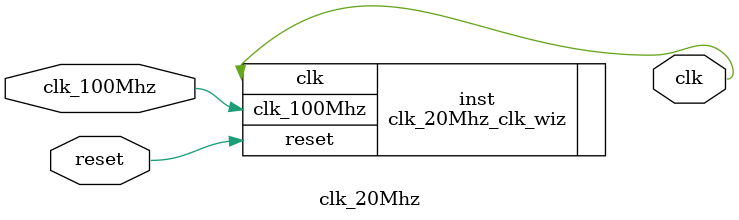
<source format=v>


`timescale 1ps/1ps

(* CORE_GENERATION_INFO = "clk_20Mhz,clk_wiz_v6_0_5_0_0,{component_name=clk_20Mhz,use_phase_alignment=true,use_min_o_jitter=false,use_max_i_jitter=false,use_dyn_phase_shift=false,use_inclk_switchover=false,use_dyn_reconfig=false,enable_axi=0,feedback_source=FDBK_AUTO,PRIMITIVE=MMCM,num_out_clk=1,clkin1_period=10.000,clkin2_period=10.000,use_power_down=false,use_reset=true,use_locked=false,use_inclk_stopped=false,feedback_type=SINGLE,CLOCK_MGR_TYPE=NA,manual_override=false}" *)

module clk_20Mhz 
 (
  // Clock out ports
  output        clk,
  // Status and control signals
  input         reset,
 // Clock in ports
  input         clk_100Mhz
 );

  clk_20Mhz_clk_wiz inst
  (
  // Clock out ports  
  .clk(clk),
  // Status and control signals               
  .reset(reset), 
 // Clock in ports
  .clk_100Mhz(clk_100Mhz)
  );

endmodule

</source>
